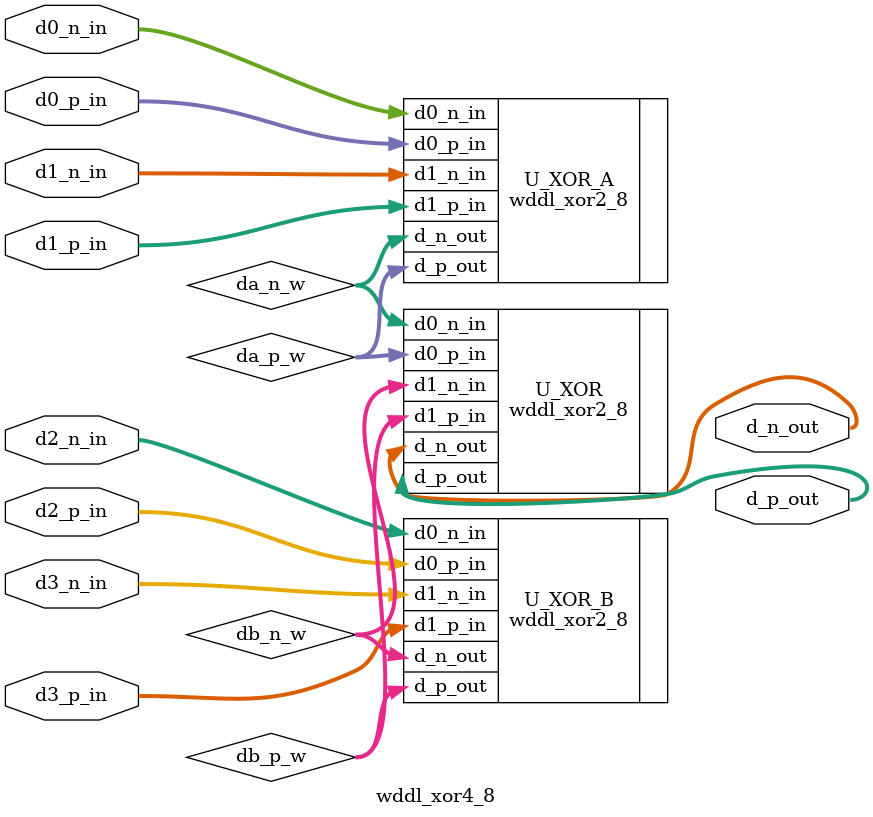
<source format=v>
module  wddl_xor4_8
(
 d0_p_in
,d0_n_in
,d1_p_in
,d1_n_in
,d2_p_in
,d2_n_in
,d3_p_in
,d3_n_in
,d_p_out
,d_n_out
);


input   [7 : 0]   d0_p_in, d0_n_in;
input   [7 : 0]   d1_p_in, d1_n_in;
input   [7 : 0]   d2_p_in, d2_n_in;
input   [7 : 0]   d3_p_in, d3_n_in;
output  [7 : 0]   d_p_out, d_n_out;

wire    [7 : 0]   da_p_w, da_n_w,
                        db_p_w, db_n_w;


wddl_xor2_8   U_XOR_A
(
 .d0_p_in   ( d0_p_in   )
,.d0_n_in   ( d0_n_in   )
,.d1_p_in   ( d1_p_in   )
,.d1_n_in   ( d1_n_in   )
,.d_p_out   ( da_p_w    )
,.d_n_out   ( da_n_w    )
);

wddl_xor2_8   U_XOR_B
(
 .d0_p_in   ( d2_p_in   )
,.d0_n_in   ( d2_n_in   )
,.d1_p_in   ( d3_p_in   )
,.d1_n_in   ( d3_n_in   )
,.d_p_out   ( db_p_w    )
,.d_n_out   ( db_n_w    )
);

wddl_xor2_8    U_XOR
(
 .d0_p_in   ( da_p_w    )
,.d0_n_in   ( da_n_w    )
,.d1_p_in   ( db_p_w    )
,.d1_n_in   ( db_n_w    )
,.d_p_out   ( d_p_out   )
,.d_n_out   ( d_n_out   )
);


endmodule

</source>
